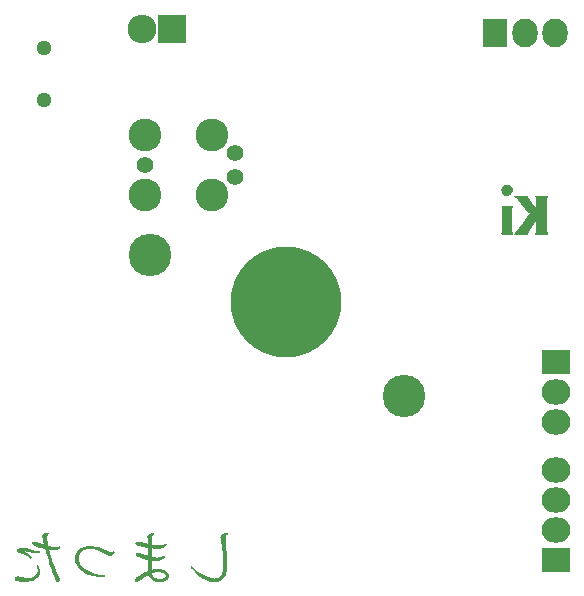
<source format=gbs>
G04 #@! TF.GenerationSoftware,KiCad,Pcbnew,(2017-01-09 revision c2fb336)-makepkg*
G04 #@! TF.CreationDate,2017-04-23T16:26:46+02:00*
G04 #@! TF.ProjectId,led_pixel,6C65645F706978656C2E6B696361645F,rev?*
G04 #@! TF.FileFunction,Soldermask,Bot*
G04 #@! TF.FilePolarity,Negative*
%FSLAX46Y46*%
G04 Gerber Fmt 4.6, Leading zero omitted, Abs format (unit mm)*
G04 Created by KiCad (PCBNEW (2017-01-09 revision c2fb336)-makepkg) date 04/23/17 16:26:46*
%MOMM*%
%LPD*%
G01*
G04 APERTURE LIST*
%ADD10C,0.100000*%
%ADD11C,0.010000*%
%ADD12C,9.400000*%
%ADD13C,3.600000*%
%ADD14C,1.299160*%
%ADD15O,2.432000X2.432000*%
%ADD16R,2.432000X2.432000*%
%ADD17O,2.432000X2.127200*%
%ADD18R,2.432000X2.127200*%
%ADD19R,2.127200X2.432000*%
%ADD20O,2.127200X2.432000*%
%ADD21C,2.775000*%
%ADD22C,1.390600*%
G04 APERTURE END LIST*
D10*
D11*
G36*
X169896253Y-81008400D02*
X169350941Y-81008400D01*
X169549721Y-81209787D01*
X169879429Y-81572691D01*
X170093849Y-81846815D01*
X170172297Y-81950400D01*
X170266856Y-82070529D01*
X170366950Y-82194202D01*
X170462002Y-82308419D01*
X170541434Y-82400181D01*
X170566532Y-82427760D01*
X170647964Y-82515212D01*
X170578006Y-82606356D01*
X170442564Y-82795604D01*
X170355022Y-82935050D01*
X170300152Y-83017286D01*
X170238876Y-83096612D01*
X170233727Y-83102607D01*
X170164778Y-83185581D01*
X170084253Y-83288137D01*
X170001058Y-83398288D01*
X169924098Y-83504047D01*
X169862281Y-83593425D01*
X169826624Y-83650547D01*
X169791543Y-83703596D01*
X169733014Y-83782062D01*
X169661180Y-83873252D01*
X169586185Y-83964472D01*
X169518172Y-84043032D01*
X169481800Y-84082020D01*
X169457911Y-84108081D01*
X169415637Y-84155406D01*
X169407523Y-84164570D01*
X169345945Y-84234200D01*
X170472400Y-84234200D01*
X170472400Y-84155923D01*
X170489163Y-84079395D01*
X170536393Y-83974149D01*
X170609507Y-83848239D01*
X170703919Y-83709716D01*
X170791458Y-83595533D01*
X170862732Y-83503313D01*
X170928053Y-83412269D01*
X170975223Y-83339535D01*
X170981329Y-83328833D01*
X171021371Y-83262434D01*
X171056658Y-83214284D01*
X171065301Y-83205500D01*
X171099862Y-83166816D01*
X171140085Y-83110250D01*
X171177774Y-83062093D01*
X171208285Y-83040487D01*
X171209586Y-83040400D01*
X171218462Y-83065091D01*
X171225582Y-83136381D01*
X171230736Y-83250092D01*
X171233717Y-83402044D01*
X171234400Y-83536961D01*
X171233716Y-83716263D01*
X171231305Y-83852270D01*
X171226625Y-83952475D01*
X171219137Y-84024369D01*
X171208302Y-84075443D01*
X171193579Y-84113188D01*
X171192756Y-84114811D01*
X171157283Y-84174491D01*
X171125777Y-84212618D01*
X171122906Y-84214761D01*
X171138403Y-84220323D01*
X171197753Y-84225262D01*
X171294014Y-84229312D01*
X171420241Y-84232207D01*
X171569489Y-84233682D01*
X171621206Y-84233811D01*
X172147711Y-84234200D01*
X172118032Y-84164350D01*
X172089859Y-84105758D01*
X172067776Y-84070370D01*
X172063943Y-84041142D01*
X172060343Y-83965781D01*
X172057041Y-83848951D01*
X172054104Y-83695317D01*
X172051601Y-83509546D01*
X172049596Y-83296302D01*
X172048158Y-83060251D01*
X172047353Y-82806059D01*
X172047201Y-82634290D01*
X172047259Y-82330311D01*
X172047530Y-82072912D01*
X172048154Y-81857874D01*
X172049274Y-81680978D01*
X172051031Y-81538004D01*
X172053567Y-81424733D01*
X172057024Y-81336945D01*
X172061543Y-81270421D01*
X172067267Y-81220941D01*
X172074338Y-81184286D01*
X172082896Y-81156237D01*
X172093084Y-81132574D01*
X172098001Y-81122699D01*
X172128756Y-81060869D01*
X172146810Y-81021660D01*
X172148801Y-81015729D01*
X172124665Y-81013507D01*
X172057312Y-81011556D01*
X171954328Y-81009984D01*
X171823294Y-81008901D01*
X171671795Y-81008415D01*
X171638083Y-81008400D01*
X171464940Y-81008664D01*
X171336371Y-81009831D01*
X171246154Y-81012464D01*
X171188063Y-81017123D01*
X171155876Y-81024372D01*
X171143368Y-81034772D01*
X171144314Y-81048885D01*
X171145836Y-81052850D01*
X171179195Y-81141673D01*
X171203261Y-81230181D01*
X171219420Y-81329141D01*
X171229058Y-81449321D01*
X171233560Y-81601488D01*
X171234400Y-81741088D01*
X171234401Y-82160904D01*
X171158201Y-82087900D01*
X171110587Y-82037557D01*
X171084006Y-82000278D01*
X171082000Y-81993483D01*
X171066863Y-81967550D01*
X171027372Y-81914128D01*
X170972412Y-81844145D01*
X170910868Y-81768529D01*
X170851623Y-81698209D01*
X170803561Y-81644114D01*
X170776761Y-81618000D01*
X170754439Y-81590734D01*
X170716064Y-81534630D01*
X170688198Y-81491000D01*
X170629995Y-81403298D01*
X170567049Y-81316698D01*
X170544701Y-81288362D01*
X170499987Y-81221736D01*
X170474592Y-81160643D01*
X170472400Y-81144390D01*
X170471878Y-81100677D01*
X170466209Y-81067502D01*
X170449238Y-81043412D01*
X170414811Y-81026955D01*
X170356774Y-81016677D01*
X170268972Y-81011127D01*
X170145250Y-81008851D01*
X169979455Y-81008396D01*
X169896253Y-81008400D01*
X169896253Y-81008400D01*
G37*
X169896253Y-81008400D02*
X169350941Y-81008400D01*
X169549721Y-81209787D01*
X169879429Y-81572691D01*
X170093849Y-81846815D01*
X170172297Y-81950400D01*
X170266856Y-82070529D01*
X170366950Y-82194202D01*
X170462002Y-82308419D01*
X170541434Y-82400181D01*
X170566532Y-82427760D01*
X170647964Y-82515212D01*
X170578006Y-82606356D01*
X170442564Y-82795604D01*
X170355022Y-82935050D01*
X170300152Y-83017286D01*
X170238876Y-83096612D01*
X170233727Y-83102607D01*
X170164778Y-83185581D01*
X170084253Y-83288137D01*
X170001058Y-83398288D01*
X169924098Y-83504047D01*
X169862281Y-83593425D01*
X169826624Y-83650547D01*
X169791543Y-83703596D01*
X169733014Y-83782062D01*
X169661180Y-83873252D01*
X169586185Y-83964472D01*
X169518172Y-84043032D01*
X169481800Y-84082020D01*
X169457911Y-84108081D01*
X169415637Y-84155406D01*
X169407523Y-84164570D01*
X169345945Y-84234200D01*
X170472400Y-84234200D01*
X170472400Y-84155923D01*
X170489163Y-84079395D01*
X170536393Y-83974149D01*
X170609507Y-83848239D01*
X170703919Y-83709716D01*
X170791458Y-83595533D01*
X170862732Y-83503313D01*
X170928053Y-83412269D01*
X170975223Y-83339535D01*
X170981329Y-83328833D01*
X171021371Y-83262434D01*
X171056658Y-83214284D01*
X171065301Y-83205500D01*
X171099862Y-83166816D01*
X171140085Y-83110250D01*
X171177774Y-83062093D01*
X171208285Y-83040487D01*
X171209586Y-83040400D01*
X171218462Y-83065091D01*
X171225582Y-83136381D01*
X171230736Y-83250092D01*
X171233717Y-83402044D01*
X171234400Y-83536961D01*
X171233716Y-83716263D01*
X171231305Y-83852270D01*
X171226625Y-83952475D01*
X171219137Y-84024369D01*
X171208302Y-84075443D01*
X171193579Y-84113188D01*
X171192756Y-84114811D01*
X171157283Y-84174491D01*
X171125777Y-84212618D01*
X171122906Y-84214761D01*
X171138403Y-84220323D01*
X171197753Y-84225262D01*
X171294014Y-84229312D01*
X171420241Y-84232207D01*
X171569489Y-84233682D01*
X171621206Y-84233811D01*
X172147711Y-84234200D01*
X172118032Y-84164350D01*
X172089859Y-84105758D01*
X172067776Y-84070370D01*
X172063943Y-84041142D01*
X172060343Y-83965781D01*
X172057041Y-83848951D01*
X172054104Y-83695317D01*
X172051601Y-83509546D01*
X172049596Y-83296302D01*
X172048158Y-83060251D01*
X172047353Y-82806059D01*
X172047201Y-82634290D01*
X172047259Y-82330311D01*
X172047530Y-82072912D01*
X172048154Y-81857874D01*
X172049274Y-81680978D01*
X172051031Y-81538004D01*
X172053567Y-81424733D01*
X172057024Y-81336945D01*
X172061543Y-81270421D01*
X172067267Y-81220941D01*
X172074338Y-81184286D01*
X172082896Y-81156237D01*
X172093084Y-81132574D01*
X172098001Y-81122699D01*
X172128756Y-81060869D01*
X172146810Y-81021660D01*
X172148801Y-81015729D01*
X172124665Y-81013507D01*
X172057312Y-81011556D01*
X171954328Y-81009984D01*
X171823294Y-81008901D01*
X171671795Y-81008415D01*
X171638083Y-81008400D01*
X171464940Y-81008664D01*
X171336371Y-81009831D01*
X171246154Y-81012464D01*
X171188063Y-81017123D01*
X171155876Y-81024372D01*
X171143368Y-81034772D01*
X171144314Y-81048885D01*
X171145836Y-81052850D01*
X171179195Y-81141673D01*
X171203261Y-81230181D01*
X171219420Y-81329141D01*
X171229058Y-81449321D01*
X171233560Y-81601488D01*
X171234400Y-81741088D01*
X171234401Y-82160904D01*
X171158201Y-82087900D01*
X171110587Y-82037557D01*
X171084006Y-82000278D01*
X171082000Y-81993483D01*
X171066863Y-81967550D01*
X171027372Y-81914128D01*
X170972412Y-81844145D01*
X170910868Y-81768529D01*
X170851623Y-81698209D01*
X170803561Y-81644114D01*
X170776761Y-81618000D01*
X170754439Y-81590734D01*
X170716064Y-81534630D01*
X170688198Y-81491000D01*
X170629995Y-81403298D01*
X170567049Y-81316698D01*
X170544701Y-81288362D01*
X170499987Y-81221736D01*
X170474592Y-81160643D01*
X170472400Y-81144390D01*
X170471878Y-81100677D01*
X170466209Y-81067502D01*
X170449238Y-81043412D01*
X170414811Y-81026955D01*
X170356774Y-81016677D01*
X170268972Y-81011127D01*
X170145250Y-81008851D01*
X169979455Y-81008396D01*
X169896253Y-81008400D01*
G36*
X168313400Y-82972045D02*
X168313179Y-83243528D01*
X168312417Y-83468618D01*
X168310974Y-83651721D01*
X168308706Y-83797240D01*
X168305469Y-83909583D01*
X168301122Y-83993155D01*
X168295520Y-84052359D01*
X168288522Y-84091603D01*
X168279984Y-84115292D01*
X168276108Y-84121395D01*
X168249822Y-84158943D01*
X168239109Y-84187085D01*
X168249290Y-84207174D01*
X168285688Y-84220563D01*
X168353624Y-84228605D01*
X168458422Y-84232653D01*
X168605402Y-84234060D01*
X168719800Y-84234200D01*
X168870082Y-84233515D01*
X169001273Y-84231608D01*
X169105573Y-84228702D01*
X169175181Y-84225017D01*
X169202295Y-84220776D01*
X169202400Y-84220488D01*
X169191845Y-84191454D01*
X169165274Y-84134509D01*
X169151600Y-84107200D01*
X169138734Y-84079760D01*
X169128241Y-84049394D01*
X169119880Y-84010920D01*
X169113409Y-83959155D01*
X169108589Y-83888918D01*
X169105178Y-83795027D01*
X169102935Y-83672301D01*
X169101619Y-83515559D01*
X169100990Y-83319617D01*
X169100805Y-83079296D01*
X169100800Y-83014750D01*
X169101053Y-82757269D01*
X169101929Y-82545749D01*
X169103604Y-82375351D01*
X169106252Y-82241238D01*
X169110050Y-82138571D01*
X169115173Y-82062513D01*
X169121797Y-82008226D01*
X169130097Y-81970872D01*
X169139553Y-81946938D01*
X169178305Y-81872000D01*
X168313400Y-81872000D01*
X168313400Y-82972045D01*
X168313400Y-82972045D01*
G37*
X168313400Y-82972045D02*
X168313179Y-83243528D01*
X168312417Y-83468618D01*
X168310974Y-83651721D01*
X168308706Y-83797240D01*
X168305469Y-83909583D01*
X168301122Y-83993155D01*
X168295520Y-84052359D01*
X168288522Y-84091603D01*
X168279984Y-84115292D01*
X168276108Y-84121395D01*
X168249822Y-84158943D01*
X168239109Y-84187085D01*
X168249290Y-84207174D01*
X168285688Y-84220563D01*
X168353624Y-84228605D01*
X168458422Y-84232653D01*
X168605402Y-84234060D01*
X168719800Y-84234200D01*
X168870082Y-84233515D01*
X169001273Y-84231608D01*
X169105573Y-84228702D01*
X169175181Y-84225017D01*
X169202295Y-84220776D01*
X169202400Y-84220488D01*
X169191845Y-84191454D01*
X169165274Y-84134509D01*
X169151600Y-84107200D01*
X169138734Y-84079760D01*
X169128241Y-84049394D01*
X169119880Y-84010920D01*
X169113409Y-83959155D01*
X169108589Y-83888918D01*
X169105178Y-83795027D01*
X169102935Y-83672301D01*
X169101619Y-83515559D01*
X169100990Y-83319617D01*
X169100805Y-83079296D01*
X169100800Y-83014750D01*
X169101053Y-82757269D01*
X169101929Y-82545749D01*
X169103604Y-82375351D01*
X169106252Y-82241238D01*
X169110050Y-82138571D01*
X169115173Y-82062513D01*
X169121797Y-82008226D01*
X169130097Y-81970872D01*
X169139553Y-81946938D01*
X169178305Y-81872000D01*
X168313400Y-81872000D01*
X168313400Y-82972045D01*
G36*
X168554059Y-80105960D02*
X168436455Y-80172395D01*
X168342977Y-80275045D01*
X168299188Y-80361124D01*
X168268578Y-80499614D01*
X168277679Y-80637591D01*
X168325027Y-80759084D01*
X168337412Y-80777850D01*
X168427851Y-80865408D01*
X168546729Y-80925553D01*
X168679667Y-80955418D01*
X168812287Y-80952134D01*
X168930210Y-80912832D01*
X168950994Y-80900244D01*
X169033263Y-80821394D01*
X169101086Y-80712770D01*
X169143253Y-80595295D01*
X169151600Y-80525799D01*
X169132326Y-80416575D01*
X169081810Y-80302110D01*
X169011018Y-80203158D01*
X168955358Y-80154295D01*
X168823139Y-80093876D01*
X168686163Y-80078776D01*
X168554059Y-80105960D01*
X168554059Y-80105960D01*
G37*
X168554059Y-80105960D02*
X168436455Y-80172395D01*
X168342977Y-80275045D01*
X168299188Y-80361124D01*
X168268578Y-80499614D01*
X168277679Y-80637591D01*
X168325027Y-80759084D01*
X168337412Y-80777850D01*
X168427851Y-80865408D01*
X168546729Y-80925553D01*
X168679667Y-80955418D01*
X168812287Y-80952134D01*
X168930210Y-80912832D01*
X168950994Y-80900244D01*
X169033263Y-80821394D01*
X169101086Y-80712770D01*
X169143253Y-80595295D01*
X169151600Y-80525799D01*
X169132326Y-80416575D01*
X169081810Y-80302110D01*
X169011018Y-80203158D01*
X168955358Y-80154295D01*
X168823139Y-80093876D01*
X168686163Y-80078776D01*
X168554059Y-80105960D01*
D10*
G36*
X127210409Y-111047654D02*
X127215303Y-111067947D01*
X127231110Y-111088093D01*
X127259519Y-111109025D01*
X127302217Y-111131675D01*
X127360895Y-111156975D01*
X127437240Y-111185857D01*
X127501983Y-111208666D01*
X127716292Y-111289600D01*
X127912384Y-111378536D01*
X128091988Y-111476360D01*
X128256831Y-111583958D01*
X128309103Y-111622380D01*
X128341908Y-111646589D01*
X128368234Y-111664859D01*
X128383622Y-111674132D01*
X128385438Y-111674702D01*
X128395007Y-111666395D01*
X128407623Y-111646740D01*
X128413737Y-111633568D01*
X128414320Y-111621997D01*
X128407088Y-111608433D01*
X128389760Y-111589283D01*
X128360053Y-111560953D01*
X128343238Y-111545363D01*
X128247943Y-111458903D01*
X128156039Y-111378829D01*
X128070393Y-111307538D01*
X127993875Y-111247429D01*
X127939612Y-111207928D01*
X127897207Y-111177931D01*
X127858937Y-111149798D01*
X127829641Y-111127143D01*
X127816244Y-111115711D01*
X127799740Y-111097568D01*
X127797784Y-111083699D01*
X127806438Y-111068067D01*
X127816207Y-111056535D01*
X127829825Y-111049624D01*
X127852316Y-111046239D01*
X127888708Y-111045282D01*
X127910636Y-111045350D01*
X127948020Y-111046774D01*
X127988120Y-111050981D01*
X128034740Y-111058657D01*
X128091686Y-111070486D01*
X128162761Y-111087154D01*
X128216245Y-111100381D01*
X128350073Y-111133047D01*
X128466323Y-111159233D01*
X128567515Y-111179116D01*
X128656174Y-111192872D01*
X128734822Y-111200678D01*
X128805981Y-111202710D01*
X128872176Y-111199144D01*
X128935927Y-111190157D01*
X128999759Y-111175925D01*
X129057970Y-111159211D01*
X129095435Y-111146577D01*
X129116153Y-111135707D01*
X129123888Y-111123109D01*
X129122407Y-111105297D01*
X129121277Y-111100562D01*
X129114591Y-111073923D01*
X129049223Y-111094703D01*
X129010020Y-111104688D01*
X128967672Y-111110072D01*
X128920260Y-111110496D01*
X128865865Y-111105599D01*
X128802571Y-111095023D01*
X128728457Y-111078408D01*
X128641607Y-111055395D01*
X128540102Y-111025623D01*
X128422023Y-110988733D01*
X128336626Y-110961143D01*
X128234335Y-110928031D01*
X128148872Y-110901192D01*
X128077056Y-110879970D01*
X128015705Y-110863708D01*
X127961638Y-110851750D01*
X127911674Y-110843437D01*
X127862631Y-110838114D01*
X127811328Y-110835125D01*
X127754585Y-110833811D01*
X127718621Y-110833560D01*
X127649838Y-110833686D01*
X127597271Y-110834894D01*
X127555972Y-110837648D01*
X127520989Y-110842408D01*
X127487374Y-110849637D01*
X127456311Y-110858029D01*
X127382485Y-110884047D01*
X127318722Y-110916200D01*
X127267490Y-110952585D01*
X127231258Y-110991299D01*
X127212495Y-111030439D01*
X127210409Y-111047654D01*
X127210409Y-111047654D01*
X127210409Y-111047654D01*
G37*
X127210409Y-111047654D02*
X127215303Y-111067947D01*
X127231110Y-111088093D01*
X127259519Y-111109025D01*
X127302217Y-111131675D01*
X127360895Y-111156975D01*
X127437240Y-111185857D01*
X127501983Y-111208666D01*
X127716292Y-111289600D01*
X127912384Y-111378536D01*
X128091988Y-111476360D01*
X128256831Y-111583958D01*
X128309103Y-111622380D01*
X128341908Y-111646589D01*
X128368234Y-111664859D01*
X128383622Y-111674132D01*
X128385438Y-111674702D01*
X128395007Y-111666395D01*
X128407623Y-111646740D01*
X128413737Y-111633568D01*
X128414320Y-111621997D01*
X128407088Y-111608433D01*
X128389760Y-111589283D01*
X128360053Y-111560953D01*
X128343238Y-111545363D01*
X128247943Y-111458903D01*
X128156039Y-111378829D01*
X128070393Y-111307538D01*
X127993875Y-111247429D01*
X127939612Y-111207928D01*
X127897207Y-111177931D01*
X127858937Y-111149798D01*
X127829641Y-111127143D01*
X127816244Y-111115711D01*
X127799740Y-111097568D01*
X127797784Y-111083699D01*
X127806438Y-111068067D01*
X127816207Y-111056535D01*
X127829825Y-111049624D01*
X127852316Y-111046239D01*
X127888708Y-111045282D01*
X127910636Y-111045350D01*
X127948020Y-111046774D01*
X127988120Y-111050981D01*
X128034740Y-111058657D01*
X128091686Y-111070486D01*
X128162761Y-111087154D01*
X128216245Y-111100381D01*
X128350073Y-111133047D01*
X128466323Y-111159233D01*
X128567515Y-111179116D01*
X128656174Y-111192872D01*
X128734822Y-111200678D01*
X128805981Y-111202710D01*
X128872176Y-111199144D01*
X128935927Y-111190157D01*
X128999759Y-111175925D01*
X129057970Y-111159211D01*
X129095435Y-111146577D01*
X129116153Y-111135707D01*
X129123888Y-111123109D01*
X129122407Y-111105297D01*
X129121277Y-111100562D01*
X129114591Y-111073923D01*
X129049223Y-111094703D01*
X129010020Y-111104688D01*
X128967672Y-111110072D01*
X128920260Y-111110496D01*
X128865865Y-111105599D01*
X128802571Y-111095023D01*
X128728457Y-111078408D01*
X128641607Y-111055395D01*
X128540102Y-111025623D01*
X128422023Y-110988733D01*
X128336626Y-110961143D01*
X128234335Y-110928031D01*
X128148872Y-110901192D01*
X128077056Y-110879970D01*
X128015705Y-110863708D01*
X127961638Y-110851750D01*
X127911674Y-110843437D01*
X127862631Y-110838114D01*
X127811328Y-110835125D01*
X127754585Y-110833811D01*
X127718621Y-110833560D01*
X127649838Y-110833686D01*
X127597271Y-110834894D01*
X127555972Y-110837648D01*
X127520989Y-110842408D01*
X127487374Y-110849637D01*
X127456311Y-110858029D01*
X127382485Y-110884047D01*
X127318722Y-110916200D01*
X127267490Y-110952585D01*
X127231258Y-110991299D01*
X127212495Y-111030439D01*
X127210409Y-111047654D01*
X127210409Y-111047654D01*
G36*
X132179189Y-111616469D02*
X132181762Y-111774517D01*
X132205026Y-111930791D01*
X132248496Y-112083616D01*
X132311687Y-112231320D01*
X132394116Y-112372229D01*
X132400931Y-112382288D01*
X132451793Y-112449052D01*
X132516248Y-112522043D01*
X132589643Y-112596741D01*
X132667322Y-112668627D01*
X132744634Y-112733179D01*
X132815484Y-112784922D01*
X132956311Y-112870282D01*
X133107575Y-112945248D01*
X133270554Y-113010163D01*
X133446524Y-113065370D01*
X133636764Y-113111213D01*
X133842550Y-113148033D01*
X134065159Y-113176175D01*
X134305869Y-113195981D01*
X134357137Y-113199019D01*
X134438562Y-113203489D01*
X134501360Y-113206680D01*
X134548041Y-113208548D01*
X134581118Y-113209046D01*
X134603101Y-113208128D01*
X134616503Y-113205747D01*
X134623835Y-113201859D01*
X134627609Y-113196417D01*
X134628589Y-113194043D01*
X134630820Y-113167856D01*
X134614927Y-113151491D01*
X134585759Y-113146398D01*
X134552132Y-113144657D01*
X134501638Y-113139799D01*
X134438265Y-113132377D01*
X134366003Y-113122941D01*
X134288838Y-113112043D01*
X134210761Y-113100235D01*
X134135758Y-113088067D01*
X134067820Y-113076091D01*
X134042966Y-113071371D01*
X133831656Y-113023395D01*
X133631246Y-112964266D01*
X133442660Y-112894630D01*
X133266824Y-112815136D01*
X133104660Y-112726431D01*
X132957095Y-112629162D01*
X132825051Y-112523977D01*
X132709453Y-112411523D01*
X132611226Y-112292447D01*
X132531293Y-112167397D01*
X132470580Y-112037020D01*
X132441932Y-111949983D01*
X132412433Y-111808697D01*
X132403202Y-111672886D01*
X132413846Y-111543395D01*
X132443972Y-111421068D01*
X132493185Y-111306749D01*
X132561093Y-111201281D01*
X132647301Y-111105509D01*
X132751415Y-111020275D01*
X132873042Y-110946425D01*
X132921239Y-110922695D01*
X132996125Y-110890462D01*
X133066245Y-110866556D01*
X133136952Y-110849943D01*
X133213603Y-110839587D01*
X133301550Y-110834454D01*
X133383064Y-110833411D01*
X133454761Y-110833849D01*
X133510776Y-110835312D01*
X133556597Y-110838320D01*
X133597712Y-110843391D01*
X133639607Y-110851044D01*
X133687771Y-110861801D01*
X133690936Y-110862545D01*
X133775365Y-110883497D01*
X133855395Y-110905796D01*
X133933739Y-110930535D01*
X134013110Y-110958810D01*
X134096221Y-110991714D01*
X134185784Y-111030342D01*
X134284513Y-111075787D01*
X134395120Y-111129143D01*
X134520318Y-111191505D01*
X134574185Y-111218756D01*
X134685914Y-111274793D01*
X134781140Y-111320947D01*
X134861685Y-111357944D01*
X134929372Y-111386514D01*
X134986022Y-111407383D01*
X135033457Y-111421280D01*
X135073501Y-111428931D01*
X135105850Y-111431080D01*
X135171829Y-111420718D01*
X135238886Y-111390840D01*
X135304903Y-111342863D01*
X135367762Y-111278205D01*
X135402756Y-111232454D01*
X135424948Y-111200212D01*
X135436379Y-111179931D01*
X135438506Y-111166279D01*
X135432786Y-111153921D01*
X135426548Y-111145379D01*
X135407227Y-111119765D01*
X135372314Y-111153899D01*
X135328674Y-111186256D01*
X135279364Y-111201522D01*
X135220210Y-111200753D01*
X135199735Y-111197519D01*
X135145597Y-111184628D01*
X135073422Y-111162745D01*
X134984180Y-111132211D01*
X134878842Y-111093367D01*
X134758379Y-111046555D01*
X134674769Y-111012968D01*
X134460335Y-110929307D01*
X134260614Y-110858782D01*
X134073952Y-110801089D01*
X133898696Y-110755925D01*
X133733194Y-110722987D01*
X133575792Y-110701971D01*
X133424839Y-110692576D01*
X133278680Y-110694497D01*
X133135664Y-110707431D01*
X133065432Y-110717831D01*
X132909335Y-110752458D01*
X132767901Y-110801992D01*
X132640320Y-110866884D01*
X132525780Y-110947583D01*
X132423472Y-111044540D01*
X132374645Y-111101774D01*
X132296428Y-111215150D01*
X132238470Y-111333534D01*
X132200109Y-111458673D01*
X132180680Y-111592314D01*
X132179189Y-111616469D01*
X132179189Y-111616469D01*
X132179189Y-111616469D01*
G37*
X132179189Y-111616469D02*
X132181762Y-111774517D01*
X132205026Y-111930791D01*
X132248496Y-112083616D01*
X132311687Y-112231320D01*
X132394116Y-112372229D01*
X132400931Y-112382288D01*
X132451793Y-112449052D01*
X132516248Y-112522043D01*
X132589643Y-112596741D01*
X132667322Y-112668627D01*
X132744634Y-112733179D01*
X132815484Y-112784922D01*
X132956311Y-112870282D01*
X133107575Y-112945248D01*
X133270554Y-113010163D01*
X133446524Y-113065370D01*
X133636764Y-113111213D01*
X133842550Y-113148033D01*
X134065159Y-113176175D01*
X134305869Y-113195981D01*
X134357137Y-113199019D01*
X134438562Y-113203489D01*
X134501360Y-113206680D01*
X134548041Y-113208548D01*
X134581118Y-113209046D01*
X134603101Y-113208128D01*
X134616503Y-113205747D01*
X134623835Y-113201859D01*
X134627609Y-113196417D01*
X134628589Y-113194043D01*
X134630820Y-113167856D01*
X134614927Y-113151491D01*
X134585759Y-113146398D01*
X134552132Y-113144657D01*
X134501638Y-113139799D01*
X134438265Y-113132377D01*
X134366003Y-113122941D01*
X134288838Y-113112043D01*
X134210761Y-113100235D01*
X134135758Y-113088067D01*
X134067820Y-113076091D01*
X134042966Y-113071371D01*
X133831656Y-113023395D01*
X133631246Y-112964266D01*
X133442660Y-112894630D01*
X133266824Y-112815136D01*
X133104660Y-112726431D01*
X132957095Y-112629162D01*
X132825051Y-112523977D01*
X132709453Y-112411523D01*
X132611226Y-112292447D01*
X132531293Y-112167397D01*
X132470580Y-112037020D01*
X132441932Y-111949983D01*
X132412433Y-111808697D01*
X132403202Y-111672886D01*
X132413846Y-111543395D01*
X132443972Y-111421068D01*
X132493185Y-111306749D01*
X132561093Y-111201281D01*
X132647301Y-111105509D01*
X132751415Y-111020275D01*
X132873042Y-110946425D01*
X132921239Y-110922695D01*
X132996125Y-110890462D01*
X133066245Y-110866556D01*
X133136952Y-110849943D01*
X133213603Y-110839587D01*
X133301550Y-110834454D01*
X133383064Y-110833411D01*
X133454761Y-110833849D01*
X133510776Y-110835312D01*
X133556597Y-110838320D01*
X133597712Y-110843391D01*
X133639607Y-110851044D01*
X133687771Y-110861801D01*
X133690936Y-110862545D01*
X133775365Y-110883497D01*
X133855395Y-110905796D01*
X133933739Y-110930535D01*
X134013110Y-110958810D01*
X134096221Y-110991714D01*
X134185784Y-111030342D01*
X134284513Y-111075787D01*
X134395120Y-111129143D01*
X134520318Y-111191505D01*
X134574185Y-111218756D01*
X134685914Y-111274793D01*
X134781140Y-111320947D01*
X134861685Y-111357944D01*
X134929372Y-111386514D01*
X134986022Y-111407383D01*
X135033457Y-111421280D01*
X135073501Y-111428931D01*
X135105850Y-111431080D01*
X135171829Y-111420718D01*
X135238886Y-111390840D01*
X135304903Y-111342863D01*
X135367762Y-111278205D01*
X135402756Y-111232454D01*
X135424948Y-111200212D01*
X135436379Y-111179931D01*
X135438506Y-111166279D01*
X135432786Y-111153921D01*
X135426548Y-111145379D01*
X135407227Y-111119765D01*
X135372314Y-111153899D01*
X135328674Y-111186256D01*
X135279364Y-111201522D01*
X135220210Y-111200753D01*
X135199735Y-111197519D01*
X135145597Y-111184628D01*
X135073422Y-111162745D01*
X134984180Y-111132211D01*
X134878842Y-111093367D01*
X134758379Y-111046555D01*
X134674769Y-111012968D01*
X134460335Y-110929307D01*
X134260614Y-110858782D01*
X134073952Y-110801089D01*
X133898696Y-110755925D01*
X133733194Y-110722987D01*
X133575792Y-110701971D01*
X133424839Y-110692576D01*
X133278680Y-110694497D01*
X133135664Y-110707431D01*
X133065432Y-110717831D01*
X132909335Y-110752458D01*
X132767901Y-110801992D01*
X132640320Y-110866884D01*
X132525780Y-110947583D01*
X132423472Y-111044540D01*
X132374645Y-111101774D01*
X132296428Y-111215150D01*
X132238470Y-111333534D01*
X132200109Y-111458673D01*
X132180680Y-111592314D01*
X132179189Y-111616469D01*
X132179189Y-111616469D01*
G36*
X127041005Y-113446196D02*
X127047506Y-113477988D01*
X127067727Y-113505933D01*
X127102744Y-113530401D01*
X127153634Y-113551763D01*
X127221472Y-113570390D01*
X127307336Y-113586653D01*
X127412300Y-113600923D01*
X127522747Y-113612256D01*
X127563098Y-113614896D01*
X127618792Y-113617109D01*
X127685872Y-113618870D01*
X127760382Y-113620155D01*
X127838366Y-113620940D01*
X127915867Y-113621203D01*
X127988929Y-113620919D01*
X128053595Y-113620065D01*
X128105910Y-113618617D01*
X128141916Y-113616551D01*
X128147424Y-113615992D01*
X128306683Y-113592563D01*
X128448059Y-113560886D01*
X128573493Y-113520157D01*
X128684928Y-113469572D01*
X128784304Y-113408326D01*
X128873562Y-113335616D01*
X128909742Y-113300186D01*
X128990800Y-113203307D01*
X129051352Y-113101181D01*
X129091441Y-112993674D01*
X129111110Y-112880653D01*
X129110402Y-112761984D01*
X129102355Y-112700105D01*
X129082804Y-112607741D01*
X129055258Y-112508972D01*
X129022620Y-112413261D01*
X128990775Y-112336436D01*
X128961369Y-112272909D01*
X128943108Y-112300760D01*
X128934157Y-112316211D01*
X128930559Y-112331220D01*
X128932497Y-112351695D01*
X128940151Y-112383546D01*
X128946340Y-112406168D01*
X128974459Y-112529978D01*
X128989351Y-112648922D01*
X128990825Y-112759585D01*
X128978687Y-112858554D01*
X128973166Y-112882385D01*
X128935810Y-112985783D01*
X128880275Y-113080791D01*
X128808664Y-113165104D01*
X128723078Y-113236419D01*
X128625622Y-113292432D01*
X128582286Y-113310604D01*
X128515573Y-113333430D01*
X128450341Y-113350383D01*
X128381815Y-113362143D01*
X128305216Y-113369390D01*
X128215768Y-113372805D01*
X128142130Y-113373276D01*
X128066116Y-113372497D01*
X128000037Y-113370245D01*
X127939508Y-113365902D01*
X127880147Y-113358849D01*
X127817571Y-113348469D01*
X127747394Y-113334143D01*
X127665235Y-113315255D01*
X127575752Y-113293428D01*
X127488139Y-113272444D01*
X127417605Y-113257453D01*
X127361018Y-113248128D01*
X127315246Y-113244146D01*
X127277158Y-113245178D01*
X127243620Y-113250900D01*
X127223436Y-113256759D01*
X127172097Y-113280433D01*
X127124370Y-113314325D01*
X127084128Y-113354416D01*
X127055243Y-113396685D01*
X127041586Y-113437111D01*
X127041005Y-113446196D01*
X127041005Y-113446196D01*
X127041005Y-113446196D01*
G37*
X127041005Y-113446196D02*
X127047506Y-113477988D01*
X127067727Y-113505933D01*
X127102744Y-113530401D01*
X127153634Y-113551763D01*
X127221472Y-113570390D01*
X127307336Y-113586653D01*
X127412300Y-113600923D01*
X127522747Y-113612256D01*
X127563098Y-113614896D01*
X127618792Y-113617109D01*
X127685872Y-113618870D01*
X127760382Y-113620155D01*
X127838366Y-113620940D01*
X127915867Y-113621203D01*
X127988929Y-113620919D01*
X128053595Y-113620065D01*
X128105910Y-113618617D01*
X128141916Y-113616551D01*
X128147424Y-113615992D01*
X128306683Y-113592563D01*
X128448059Y-113560886D01*
X128573493Y-113520157D01*
X128684928Y-113469572D01*
X128784304Y-113408326D01*
X128873562Y-113335616D01*
X128909742Y-113300186D01*
X128990800Y-113203307D01*
X129051352Y-113101181D01*
X129091441Y-112993674D01*
X129111110Y-112880653D01*
X129110402Y-112761984D01*
X129102355Y-112700105D01*
X129082804Y-112607741D01*
X129055258Y-112508972D01*
X129022620Y-112413261D01*
X128990775Y-112336436D01*
X128961369Y-112272909D01*
X128943108Y-112300760D01*
X128934157Y-112316211D01*
X128930559Y-112331220D01*
X128932497Y-112351695D01*
X128940151Y-112383546D01*
X128946340Y-112406168D01*
X128974459Y-112529978D01*
X128989351Y-112648922D01*
X128990825Y-112759585D01*
X128978687Y-112858554D01*
X128973166Y-112882385D01*
X128935810Y-112985783D01*
X128880275Y-113080791D01*
X128808664Y-113165104D01*
X128723078Y-113236419D01*
X128625622Y-113292432D01*
X128582286Y-113310604D01*
X128515573Y-113333430D01*
X128450341Y-113350383D01*
X128381815Y-113362143D01*
X128305216Y-113369390D01*
X128215768Y-113372805D01*
X128142130Y-113373276D01*
X128066116Y-113372497D01*
X128000037Y-113370245D01*
X127939508Y-113365902D01*
X127880147Y-113358849D01*
X127817571Y-113348469D01*
X127747394Y-113334143D01*
X127665235Y-113315255D01*
X127575752Y-113293428D01*
X127488139Y-113272444D01*
X127417605Y-113257453D01*
X127361018Y-113248128D01*
X127315246Y-113244146D01*
X127277158Y-113245178D01*
X127243620Y-113250900D01*
X127223436Y-113256759D01*
X127172097Y-113280433D01*
X127124370Y-113314325D01*
X127084128Y-113354416D01*
X127055243Y-113396685D01*
X127041586Y-113437111D01*
X127041005Y-113446196D01*
X127041005Y-113446196D01*
G36*
X141967798Y-112415423D02*
X141968760Y-112429437D01*
X141980397Y-112447457D01*
X142024247Y-112504594D01*
X142081244Y-112572840D01*
X142148724Y-112649223D01*
X142224022Y-112730769D01*
X142304471Y-112814505D01*
X142355374Y-112865823D01*
X142487570Y-112992689D01*
X142613617Y-113103382D01*
X142737042Y-113200568D01*
X142861374Y-113286909D01*
X142990139Y-113365070D01*
X143083516Y-113415676D01*
X143260713Y-113498267D01*
X143437359Y-113562347D01*
X143612078Y-113607618D01*
X143783496Y-113633777D01*
X143950238Y-113640527D01*
X144075414Y-113632211D01*
X144208349Y-113608444D01*
X144334262Y-113569490D01*
X144450676Y-113516670D01*
X144555110Y-113451303D01*
X144645087Y-113374710D01*
X144716123Y-113291053D01*
X144775047Y-113196406D01*
X144824670Y-113091055D01*
X144865452Y-112973294D01*
X144897854Y-112841415D01*
X144922335Y-112693710D01*
X144939357Y-112528472D01*
X144945020Y-112442313D01*
X144948467Y-112348180D01*
X144949637Y-112235718D01*
X144948670Y-112107635D01*
X144945704Y-111966640D01*
X144940877Y-111815441D01*
X144934326Y-111656746D01*
X144926190Y-111493263D01*
X144916606Y-111327702D01*
X144905714Y-111162770D01*
X144893651Y-111001176D01*
X144880555Y-110845628D01*
X144866564Y-110698835D01*
X144851817Y-110563505D01*
X144847313Y-110525932D01*
X144836555Y-110427006D01*
X144829309Y-110331430D01*
X144825126Y-110231302D01*
X144823556Y-110118718D01*
X144823528Y-110107716D01*
X144823525Y-110031670D01*
X144824011Y-109973397D01*
X144825266Y-109929497D01*
X144827572Y-109896569D01*
X144831209Y-109871211D01*
X144836460Y-109850023D01*
X144843605Y-109829603D01*
X144847289Y-109820313D01*
X144881875Y-109750352D01*
X144923115Y-109692844D01*
X144967946Y-109652002D01*
X144971107Y-109649898D01*
X144997174Y-109625502D01*
X145002133Y-109599952D01*
X144988503Y-109576024D01*
X144974943Y-109574270D01*
X144945488Y-109577408D01*
X144904594Y-109584480D01*
X144856717Y-109594529D01*
X144806313Y-109606595D01*
X144757839Y-109619720D01*
X144715749Y-109632946D01*
X144703816Y-109637247D01*
X144634577Y-109669405D01*
X144574528Y-109709207D01*
X144527834Y-109753453D01*
X144501423Y-109792843D01*
X144486182Y-109836599D01*
X144479814Y-109888779D01*
X144482239Y-109952869D01*
X144493373Y-110032355D01*
X144495490Y-110044189D01*
X144539730Y-110294969D01*
X144577624Y-110529397D01*
X144609529Y-110751207D01*
X144635805Y-110964133D01*
X144656810Y-111171910D01*
X144672902Y-111378270D01*
X144684440Y-111586950D01*
X144691782Y-111801681D01*
X144695286Y-112026199D01*
X144695706Y-112129975D01*
X144695581Y-112255149D01*
X144694846Y-112361813D01*
X144693296Y-112452629D01*
X144690725Y-112530258D01*
X144686930Y-112597362D01*
X144681704Y-112656603D01*
X144674842Y-112710642D01*
X144666140Y-112762141D01*
X144655393Y-112813761D01*
X144642396Y-112868165D01*
X144637295Y-112888286D01*
X144596278Y-113013305D01*
X144541619Y-113122241D01*
X144473600Y-113214965D01*
X144392503Y-113291346D01*
X144298613Y-113351255D01*
X144192210Y-113394562D01*
X144073579Y-113421136D01*
X143943002Y-113430847D01*
X143800762Y-113423566D01*
X143647141Y-113399163D01*
X143566353Y-113380551D01*
X143385164Y-113325454D01*
X143199461Y-113250962D01*
X143010732Y-113157988D01*
X142820467Y-113047444D01*
X142630156Y-112920242D01*
X142441287Y-112777294D01*
X142255350Y-112619512D01*
X142124227Y-112497332D01*
X142077782Y-112452485D01*
X142044071Y-112420675D01*
X142020621Y-112400203D01*
X142004959Y-112389371D01*
X141994612Y-112386479D01*
X141987107Y-112389828D01*
X141979970Y-112397721D01*
X141979703Y-112398052D01*
X141967798Y-112415423D01*
X141967798Y-112415423D01*
X141967798Y-112415423D01*
G37*
X141967798Y-112415423D02*
X141968760Y-112429437D01*
X141980397Y-112447457D01*
X142024247Y-112504594D01*
X142081244Y-112572840D01*
X142148724Y-112649223D01*
X142224022Y-112730769D01*
X142304471Y-112814505D01*
X142355374Y-112865823D01*
X142487570Y-112992689D01*
X142613617Y-113103382D01*
X142737042Y-113200568D01*
X142861374Y-113286909D01*
X142990139Y-113365070D01*
X143083516Y-113415676D01*
X143260713Y-113498267D01*
X143437359Y-113562347D01*
X143612078Y-113607618D01*
X143783496Y-113633777D01*
X143950238Y-113640527D01*
X144075414Y-113632211D01*
X144208349Y-113608444D01*
X144334262Y-113569490D01*
X144450676Y-113516670D01*
X144555110Y-113451303D01*
X144645087Y-113374710D01*
X144716123Y-113291053D01*
X144775047Y-113196406D01*
X144824670Y-113091055D01*
X144865452Y-112973294D01*
X144897854Y-112841415D01*
X144922335Y-112693710D01*
X144939357Y-112528472D01*
X144945020Y-112442313D01*
X144948467Y-112348180D01*
X144949637Y-112235718D01*
X144948670Y-112107635D01*
X144945704Y-111966640D01*
X144940877Y-111815441D01*
X144934326Y-111656746D01*
X144926190Y-111493263D01*
X144916606Y-111327702D01*
X144905714Y-111162770D01*
X144893651Y-111001176D01*
X144880555Y-110845628D01*
X144866564Y-110698835D01*
X144851817Y-110563505D01*
X144847313Y-110525932D01*
X144836555Y-110427006D01*
X144829309Y-110331430D01*
X144825126Y-110231302D01*
X144823556Y-110118718D01*
X144823528Y-110107716D01*
X144823525Y-110031670D01*
X144824011Y-109973397D01*
X144825266Y-109929497D01*
X144827572Y-109896569D01*
X144831209Y-109871211D01*
X144836460Y-109850023D01*
X144843605Y-109829603D01*
X144847289Y-109820313D01*
X144881875Y-109750352D01*
X144923115Y-109692844D01*
X144967946Y-109652002D01*
X144971107Y-109649898D01*
X144997174Y-109625502D01*
X145002133Y-109599952D01*
X144988503Y-109576024D01*
X144974943Y-109574270D01*
X144945488Y-109577408D01*
X144904594Y-109584480D01*
X144856717Y-109594529D01*
X144806313Y-109606595D01*
X144757839Y-109619720D01*
X144715749Y-109632946D01*
X144703816Y-109637247D01*
X144634577Y-109669405D01*
X144574528Y-109709207D01*
X144527834Y-109753453D01*
X144501423Y-109792843D01*
X144486182Y-109836599D01*
X144479814Y-109888779D01*
X144482239Y-109952869D01*
X144493373Y-110032355D01*
X144495490Y-110044189D01*
X144539730Y-110294969D01*
X144577624Y-110529397D01*
X144609529Y-110751207D01*
X144635805Y-110964133D01*
X144656810Y-111171910D01*
X144672902Y-111378270D01*
X144684440Y-111586950D01*
X144691782Y-111801681D01*
X144695286Y-112026199D01*
X144695706Y-112129975D01*
X144695581Y-112255149D01*
X144694846Y-112361813D01*
X144693296Y-112452629D01*
X144690725Y-112530258D01*
X144686930Y-112597362D01*
X144681704Y-112656603D01*
X144674842Y-112710642D01*
X144666140Y-112762141D01*
X144655393Y-112813761D01*
X144642396Y-112868165D01*
X144637295Y-112888286D01*
X144596278Y-113013305D01*
X144541619Y-113122241D01*
X144473600Y-113214965D01*
X144392503Y-113291346D01*
X144298613Y-113351255D01*
X144192210Y-113394562D01*
X144073579Y-113421136D01*
X143943002Y-113430847D01*
X143800762Y-113423566D01*
X143647141Y-113399163D01*
X143566353Y-113380551D01*
X143385164Y-113325454D01*
X143199461Y-113250962D01*
X143010732Y-113157988D01*
X142820467Y-113047444D01*
X142630156Y-112920242D01*
X142441287Y-112777294D01*
X142255350Y-112619512D01*
X142124227Y-112497332D01*
X142077782Y-112452485D01*
X142044071Y-112420675D01*
X142020621Y-112400203D01*
X142004959Y-112389371D01*
X141994612Y-112386479D01*
X141987107Y-112389828D01*
X141979970Y-112397721D01*
X141979703Y-112398052D01*
X141967798Y-112415423D01*
X141967798Y-112415423D01*
G36*
X128546307Y-110440305D02*
X128553459Y-110462500D01*
X128572393Y-110488189D01*
X128577708Y-110494334D01*
X128617779Y-110529275D01*
X128677608Y-110565848D01*
X128755882Y-110603588D01*
X128851290Y-110642027D01*
X128962519Y-110680698D01*
X129088256Y-110719135D01*
X129227187Y-110756870D01*
X129378002Y-110793436D01*
X129484959Y-110817032D01*
X129536778Y-110828254D01*
X129580649Y-110838172D01*
X129612665Y-110845871D01*
X129628919Y-110850436D01*
X129630104Y-110851018D01*
X129633729Y-110861690D01*
X129642584Y-110890754D01*
X129656091Y-110936239D01*
X129673676Y-110996172D01*
X129694763Y-111068581D01*
X129718775Y-111151496D01*
X129745136Y-111242942D01*
X129773270Y-111340949D01*
X129776499Y-111352221D01*
X129851927Y-111612693D01*
X129923659Y-111854182D01*
X129992289Y-112078445D01*
X130058409Y-112287234D01*
X130122612Y-112482306D01*
X130185489Y-112665414D01*
X130247635Y-112838314D01*
X130309640Y-113002759D01*
X130372099Y-113160506D01*
X130435603Y-113313308D01*
X130450678Y-113348540D01*
X130491061Y-113439726D01*
X130525858Y-113512256D01*
X130555916Y-113567650D01*
X130582083Y-113607426D01*
X130605205Y-113633104D01*
X130612736Y-113639042D01*
X130637555Y-113649073D01*
X130671128Y-113654365D01*
X130679310Y-113654610D01*
X130712531Y-113651257D01*
X130736091Y-113637948D01*
X130750427Y-113622797D01*
X130776567Y-113575385D01*
X130785454Y-113515980D01*
X130777046Y-113444923D01*
X130773731Y-113431073D01*
X130768853Y-113412418D01*
X130763805Y-113394830D01*
X130757695Y-113376187D01*
X130749629Y-113354365D01*
X130738717Y-113327241D01*
X130724063Y-113292692D01*
X130704777Y-113248593D01*
X130679964Y-113192822D01*
X130648733Y-113123256D01*
X130610190Y-113037770D01*
X130583728Y-112979160D01*
X130465094Y-112705605D01*
X130351588Y-112422498D01*
X130246062Y-112137332D01*
X130151367Y-111857601D01*
X130123673Y-111769992D01*
X130098979Y-111689088D01*
X130073162Y-111602105D01*
X130046837Y-111511337D01*
X130020622Y-111419074D01*
X129995132Y-111327610D01*
X129970984Y-111239237D01*
X129948794Y-111156248D01*
X129929179Y-111080934D01*
X129912754Y-111015588D01*
X129900137Y-110962502D01*
X129891944Y-110923969D01*
X129888791Y-110902281D01*
X129889332Y-110898435D01*
X129901117Y-110898229D01*
X129929657Y-110901031D01*
X129970821Y-110906354D01*
X130020480Y-110913709D01*
X130026749Y-110914695D01*
X130136521Y-110928067D01*
X130259571Y-110935289D01*
X130339087Y-110936788D01*
X130406274Y-110937014D01*
X130456867Y-110936390D01*
X130495444Y-110934439D01*
X130526584Y-110930685D01*
X130554865Y-110924654D01*
X130584866Y-110915871D01*
X130605447Y-110909131D01*
X130664025Y-110885910D01*
X130723523Y-110856023D01*
X130777821Y-110823011D01*
X130820797Y-110790419D01*
X130835694Y-110775868D01*
X130847336Y-110760946D01*
X130847838Y-110748126D01*
X130836520Y-110729028D01*
X130831277Y-110721607D01*
X130807708Y-110688508D01*
X130779859Y-110714535D01*
X130751806Y-110738878D01*
X130725026Y-110756348D01*
X130695274Y-110768010D01*
X130658305Y-110774930D01*
X130609876Y-110778172D01*
X130545742Y-110778802D01*
X130524373Y-110778656D01*
X130445033Y-110776406D01*
X130367159Y-110770711D01*
X130286513Y-110760955D01*
X130198857Y-110746517D01*
X130099954Y-110726782D01*
X129985566Y-110701130D01*
X129973810Y-110698379D01*
X129921932Y-110686148D01*
X129878079Y-110675700D01*
X129846049Y-110667951D01*
X129829638Y-110663812D01*
X129828308Y-110663400D01*
X129824473Y-110652325D01*
X129817852Y-110623998D01*
X129809128Y-110582057D01*
X129798983Y-110530141D01*
X129788100Y-110471888D01*
X129777162Y-110410935D01*
X129766852Y-110350921D01*
X129757852Y-110295482D01*
X129752159Y-110257608D01*
X129736275Y-110135451D01*
X129726412Y-110031349D01*
X129722659Y-109943031D01*
X129725101Y-109868224D01*
X129733824Y-109804657D01*
X129748915Y-109750058D01*
X129770459Y-109702156D01*
X129773477Y-109696761D01*
X129801306Y-109657314D01*
X129834341Y-109623603D01*
X129847565Y-109613594D01*
X129890311Y-109585306D01*
X129863479Y-109558474D01*
X129847653Y-109543934D01*
X129833181Y-109537242D01*
X129813133Y-109537356D01*
X129780578Y-109543229D01*
X129772842Y-109544821D01*
X129723135Y-109556661D01*
X129666419Y-109572643D01*
X129608160Y-109590959D01*
X129553825Y-109609800D01*
X129508880Y-109627358D01*
X129478793Y-109641826D01*
X129477836Y-109642399D01*
X129449384Y-109663386D01*
X129427100Y-109689079D01*
X129411026Y-109721086D01*
X129401204Y-109761014D01*
X129397677Y-109810470D01*
X129400485Y-109871063D01*
X129409672Y-109944400D01*
X129425279Y-110032089D01*
X129447347Y-110135737D01*
X129475920Y-110256951D01*
X129496007Y-110337999D01*
X129513166Y-110406631D01*
X129528316Y-110467896D01*
X129540777Y-110518988D01*
X129549868Y-110557101D01*
X129554909Y-110579428D01*
X129555671Y-110584164D01*
X129543102Y-110580753D01*
X129513779Y-110571261D01*
X129470865Y-110556796D01*
X129417522Y-110538469D01*
X129356915Y-110517388D01*
X129292206Y-110494663D01*
X129226558Y-110471405D01*
X129163134Y-110448721D01*
X129105097Y-110427722D01*
X129055610Y-110409518D01*
X129026207Y-110398442D01*
X128947429Y-110368361D01*
X128885708Y-110345042D01*
X128838343Y-110327625D01*
X128802635Y-110315250D01*
X128775885Y-110307055D01*
X128755393Y-110302181D01*
X128738460Y-110299766D01*
X128722385Y-110298950D01*
X128713869Y-110298873D01*
X128669673Y-110304214D01*
X128624342Y-110318361D01*
X128586058Y-110338213D01*
X128567335Y-110354434D01*
X128556602Y-110376005D01*
X128548515Y-110406938D01*
X128547640Y-110412648D01*
X128546307Y-110440305D01*
X128546307Y-110440305D01*
X128546307Y-110440305D01*
G37*
X128546307Y-110440305D02*
X128553459Y-110462500D01*
X128572393Y-110488189D01*
X128577708Y-110494334D01*
X128617779Y-110529275D01*
X128677608Y-110565848D01*
X128755882Y-110603588D01*
X128851290Y-110642027D01*
X128962519Y-110680698D01*
X129088256Y-110719135D01*
X129227187Y-110756870D01*
X129378002Y-110793436D01*
X129484959Y-110817032D01*
X129536778Y-110828254D01*
X129580649Y-110838172D01*
X129612665Y-110845871D01*
X129628919Y-110850436D01*
X129630104Y-110851018D01*
X129633729Y-110861690D01*
X129642584Y-110890754D01*
X129656091Y-110936239D01*
X129673676Y-110996172D01*
X129694763Y-111068581D01*
X129718775Y-111151496D01*
X129745136Y-111242942D01*
X129773270Y-111340949D01*
X129776499Y-111352221D01*
X129851927Y-111612693D01*
X129923659Y-111854182D01*
X129992289Y-112078445D01*
X130058409Y-112287234D01*
X130122612Y-112482306D01*
X130185489Y-112665414D01*
X130247635Y-112838314D01*
X130309640Y-113002759D01*
X130372099Y-113160506D01*
X130435603Y-113313308D01*
X130450678Y-113348540D01*
X130491061Y-113439726D01*
X130525858Y-113512256D01*
X130555916Y-113567650D01*
X130582083Y-113607426D01*
X130605205Y-113633104D01*
X130612736Y-113639042D01*
X130637555Y-113649073D01*
X130671128Y-113654365D01*
X130679310Y-113654610D01*
X130712531Y-113651257D01*
X130736091Y-113637948D01*
X130750427Y-113622797D01*
X130776567Y-113575385D01*
X130785454Y-113515980D01*
X130777046Y-113444923D01*
X130773731Y-113431073D01*
X130768853Y-113412418D01*
X130763805Y-113394830D01*
X130757695Y-113376187D01*
X130749629Y-113354365D01*
X130738717Y-113327241D01*
X130724063Y-113292692D01*
X130704777Y-113248593D01*
X130679964Y-113192822D01*
X130648733Y-113123256D01*
X130610190Y-113037770D01*
X130583728Y-112979160D01*
X130465094Y-112705605D01*
X130351588Y-112422498D01*
X130246062Y-112137332D01*
X130151367Y-111857601D01*
X130123673Y-111769992D01*
X130098979Y-111689088D01*
X130073162Y-111602105D01*
X130046837Y-111511337D01*
X130020622Y-111419074D01*
X129995132Y-111327610D01*
X129970984Y-111239237D01*
X129948794Y-111156248D01*
X129929179Y-111080934D01*
X129912754Y-111015588D01*
X129900137Y-110962502D01*
X129891944Y-110923969D01*
X129888791Y-110902281D01*
X129889332Y-110898435D01*
X129901117Y-110898229D01*
X129929657Y-110901031D01*
X129970821Y-110906354D01*
X130020480Y-110913709D01*
X130026749Y-110914695D01*
X130136521Y-110928067D01*
X130259571Y-110935289D01*
X130339087Y-110936788D01*
X130406274Y-110937014D01*
X130456867Y-110936390D01*
X130495444Y-110934439D01*
X130526584Y-110930685D01*
X130554865Y-110924654D01*
X130584866Y-110915871D01*
X130605447Y-110909131D01*
X130664025Y-110885910D01*
X130723523Y-110856023D01*
X130777821Y-110823011D01*
X130820797Y-110790419D01*
X130835694Y-110775868D01*
X130847336Y-110760946D01*
X130847838Y-110748126D01*
X130836520Y-110729028D01*
X130831277Y-110721607D01*
X130807708Y-110688508D01*
X130779859Y-110714535D01*
X130751806Y-110738878D01*
X130725026Y-110756348D01*
X130695274Y-110768010D01*
X130658305Y-110774930D01*
X130609876Y-110778172D01*
X130545742Y-110778802D01*
X130524373Y-110778656D01*
X130445033Y-110776406D01*
X130367159Y-110770711D01*
X130286513Y-110760955D01*
X130198857Y-110746517D01*
X130099954Y-110726782D01*
X129985566Y-110701130D01*
X129973810Y-110698379D01*
X129921932Y-110686148D01*
X129878079Y-110675700D01*
X129846049Y-110667951D01*
X129829638Y-110663812D01*
X129828308Y-110663400D01*
X129824473Y-110652325D01*
X129817852Y-110623998D01*
X129809128Y-110582057D01*
X129798983Y-110530141D01*
X129788100Y-110471888D01*
X129777162Y-110410935D01*
X129766852Y-110350921D01*
X129757852Y-110295482D01*
X129752159Y-110257608D01*
X129736275Y-110135451D01*
X129726412Y-110031349D01*
X129722659Y-109943031D01*
X129725101Y-109868224D01*
X129733824Y-109804657D01*
X129748915Y-109750058D01*
X129770459Y-109702156D01*
X129773477Y-109696761D01*
X129801306Y-109657314D01*
X129834341Y-109623603D01*
X129847565Y-109613594D01*
X129890311Y-109585306D01*
X129863479Y-109558474D01*
X129847653Y-109543934D01*
X129833181Y-109537242D01*
X129813133Y-109537356D01*
X129780578Y-109543229D01*
X129772842Y-109544821D01*
X129723135Y-109556661D01*
X129666419Y-109572643D01*
X129608160Y-109590959D01*
X129553825Y-109609800D01*
X129508880Y-109627358D01*
X129478793Y-109641826D01*
X129477836Y-109642399D01*
X129449384Y-109663386D01*
X129427100Y-109689079D01*
X129411026Y-109721086D01*
X129401204Y-109761014D01*
X129397677Y-109810470D01*
X129400485Y-109871063D01*
X129409672Y-109944400D01*
X129425279Y-110032089D01*
X129447347Y-110135737D01*
X129475920Y-110256951D01*
X129496007Y-110337999D01*
X129513166Y-110406631D01*
X129528316Y-110467896D01*
X129540777Y-110518988D01*
X129549868Y-110557101D01*
X129554909Y-110579428D01*
X129555671Y-110584164D01*
X129543102Y-110580753D01*
X129513779Y-110571261D01*
X129470865Y-110556796D01*
X129417522Y-110538469D01*
X129356915Y-110517388D01*
X129292206Y-110494663D01*
X129226558Y-110471405D01*
X129163134Y-110448721D01*
X129105097Y-110427722D01*
X129055610Y-110409518D01*
X129026207Y-110398442D01*
X128947429Y-110368361D01*
X128885708Y-110345042D01*
X128838343Y-110327625D01*
X128802635Y-110315250D01*
X128775885Y-110307055D01*
X128755393Y-110302181D01*
X128738460Y-110299766D01*
X128722385Y-110298950D01*
X128713869Y-110298873D01*
X128669673Y-110304214D01*
X128624342Y-110318361D01*
X128586058Y-110338213D01*
X128567335Y-110354434D01*
X128556602Y-110376005D01*
X128548515Y-110406938D01*
X128547640Y-110412648D01*
X128546307Y-110440305D01*
X128546307Y-110440305D01*
G36*
X137215927Y-113564905D02*
X137222723Y-113611001D01*
X137243517Y-113641395D01*
X137278538Y-113656244D01*
X137328016Y-113655704D01*
X137345557Y-113652597D01*
X137382184Y-113641806D01*
X137426795Y-113622617D01*
X137480916Y-113594143D01*
X137546072Y-113555500D01*
X137623788Y-113505804D01*
X137715590Y-113444167D01*
X137773564Y-113404214D01*
X137848043Y-113352870D01*
X137928104Y-113298314D01*
X138008698Y-113243942D01*
X138084777Y-113193153D01*
X138151291Y-113149343D01*
X138181170Y-113129966D01*
X138241456Y-113091447D01*
X138286450Y-113063535D01*
X138318454Y-113045051D01*
X138339768Y-113034815D01*
X138352694Y-113031648D01*
X138359530Y-113034369D01*
X138361387Y-113037577D01*
X138368955Y-113056883D01*
X138381392Y-113088723D01*
X138394712Y-113122881D01*
X138448943Y-113236256D01*
X138518124Y-113335452D01*
X138580875Y-113398907D01*
X138580875Y-112928986D01*
X138590053Y-112912002D01*
X138610191Y-112898302D01*
X138642350Y-112883686D01*
X138649114Y-112880797D01*
X138780625Y-112835090D01*
X138922728Y-112804896D01*
X139070940Y-112790862D01*
X139220775Y-112793632D01*
X139242352Y-112795465D01*
X139383872Y-112814358D01*
X139507423Y-112842797D01*
X139612774Y-112880674D01*
X139699695Y-112927883D01*
X139767953Y-112984317D01*
X139817318Y-113049869D01*
X139825198Y-113064655D01*
X139845762Y-113124152D01*
X139852358Y-113187494D01*
X139844492Y-113246804D01*
X139837872Y-113266016D01*
X139814533Y-113302582D01*
X139776730Y-113340671D01*
X139730077Y-113375083D01*
X139704429Y-113389671D01*
X139631557Y-113418949D01*
X139543341Y-113441636D01*
X139444699Y-113457287D01*
X139340550Y-113465460D01*
X139235812Y-113465710D01*
X139135405Y-113457593D01*
X139070940Y-113446824D01*
X138960425Y-113413450D01*
X138860556Y-113362605D01*
X138772921Y-113295679D01*
X138699108Y-113214063D01*
X138640702Y-113119147D01*
X138608496Y-113041636D01*
X138591157Y-112989604D01*
X138581596Y-112953453D01*
X138580875Y-112928986D01*
X138580875Y-113398907D01*
X138603207Y-113421490D01*
X138705144Y-113495394D01*
X138779674Y-113536800D01*
X138881404Y-113579519D01*
X138990908Y-113610679D01*
X139105750Y-113630664D01*
X139223488Y-113639855D01*
X139341686Y-113638636D01*
X139457904Y-113627389D01*
X139569703Y-113606497D01*
X139674645Y-113576342D01*
X139770290Y-113537307D01*
X139854201Y-113489775D01*
X139923938Y-113434128D01*
X139977063Y-113370749D01*
X139991339Y-113346702D01*
X140002949Y-113322199D01*
X140010334Y-113297455D01*
X140014402Y-113266709D01*
X140016065Y-113224201D01*
X140016286Y-113188749D01*
X140015792Y-113136987D01*
X140013583Y-113100293D01*
X140008571Y-113072571D01*
X139999669Y-113047725D01*
X139986279Y-113020586D01*
X139932501Y-112939813D01*
X139860348Y-112864851D01*
X139772156Y-112797111D01*
X139670264Y-112738002D01*
X139557009Y-112688935D01*
X139434729Y-112651319D01*
X139342241Y-112632090D01*
X139254283Y-112621977D01*
X139152263Y-112617868D01*
X139042360Y-112619542D01*
X138930753Y-112626780D01*
X138823621Y-112639362D01*
X138744141Y-112653367D01*
X138691914Y-112664662D01*
X138645026Y-112675483D01*
X138608632Y-112684596D01*
X138587972Y-112690733D01*
X138560471Y-112701189D01*
X138560484Y-112539988D01*
X138560886Y-112490769D01*
X138562007Y-112429852D01*
X138563729Y-112360335D01*
X138565937Y-112285316D01*
X138568511Y-112207892D01*
X138571334Y-112131161D01*
X138574290Y-112058221D01*
X138577261Y-111992170D01*
X138580128Y-111936105D01*
X138582776Y-111893125D01*
X138585087Y-111866327D01*
X138586280Y-111859250D01*
X138597830Y-111853652D01*
X138627738Y-111853227D01*
X138667931Y-111856844D01*
X138705334Y-111859885D01*
X138758339Y-111862518D01*
X138821373Y-111864550D01*
X138888860Y-111865784D01*
X138931042Y-111866063D01*
X139038550Y-111864307D01*
X139129664Y-111858115D01*
X139208856Y-111846676D01*
X139280597Y-111829175D01*
X139349357Y-111804799D01*
X139405133Y-111779847D01*
X139458133Y-111751925D01*
X139502789Y-111722131D01*
X139546971Y-111684754D01*
X139579542Y-111653310D01*
X139612803Y-111619184D01*
X139639589Y-111589951D01*
X139656800Y-111569107D01*
X139661597Y-111560738D01*
X139653596Y-111547872D01*
X139635214Y-111532798D01*
X139618088Y-111523230D01*
X139603297Y-111522575D01*
X139583232Y-111531956D01*
X139565053Y-111543147D01*
X139477074Y-111587897D01*
X139373341Y-111621997D01*
X139256522Y-111645235D01*
X139129287Y-111657399D01*
X138994306Y-111658278D01*
X138854248Y-111647658D01*
X138711783Y-111625328D01*
X138662499Y-111614856D01*
X138589828Y-111598343D01*
X138596209Y-111559761D01*
X138597726Y-111540181D01*
X138599121Y-111502196D01*
X138600349Y-111448576D01*
X138601366Y-111382092D01*
X138602127Y-111305513D01*
X138602586Y-111221611D01*
X138602706Y-111157018D01*
X138602822Y-110792857D01*
X138674290Y-110799603D01*
X138772480Y-110807798D01*
X138874689Y-110814402D01*
X138976910Y-110819297D01*
X139075141Y-110822368D01*
X139165376Y-110823498D01*
X139243611Y-110822572D01*
X139305842Y-110819473D01*
X139318886Y-110818299D01*
X139444672Y-110799092D01*
X139553703Y-110768284D01*
X139647394Y-110725144D01*
X139727162Y-110668944D01*
X139794423Y-110598954D01*
X139824254Y-110557884D01*
X139840677Y-110531754D01*
X139850715Y-110513218D01*
X139852176Y-110508810D01*
X139844265Y-110498757D01*
X139825226Y-110484239D01*
X139825073Y-110484139D01*
X139808295Y-110474492D01*
X139795002Y-110474002D01*
X139778468Y-110484530D01*
X139757638Y-110502818D01*
X139715062Y-110534896D01*
X139664251Y-110560628D01*
X139603029Y-110580463D01*
X139529219Y-110594851D01*
X139440644Y-110604239D01*
X139335129Y-110609077D01*
X139238087Y-110609977D01*
X139148644Y-110609137D01*
X139070991Y-110606877D01*
X138999172Y-110602707D01*
X138927229Y-110596135D01*
X138849205Y-110586670D01*
X138759144Y-110573820D01*
X138711347Y-110566531D01*
X138602822Y-110549744D01*
X138603006Y-110251969D01*
X138603501Y-110146078D01*
X138605058Y-110058600D01*
X138608005Y-109986785D01*
X138612667Y-109927885D01*
X138619370Y-109879149D01*
X138628439Y-109837828D01*
X138640201Y-109801173D01*
X138654982Y-109766433D01*
X138662337Y-109751418D01*
X138685053Y-109713184D01*
X138711977Y-109676955D01*
X138725917Y-109661736D01*
X138752369Y-109630831D01*
X138760887Y-109605079D01*
X138752991Y-109581105D01*
X138738594Y-109576737D01*
X138708736Y-109579711D01*
X138667320Y-109588793D01*
X138618245Y-109602750D01*
X138565414Y-109620350D01*
X138512729Y-109640360D01*
X138464090Y-109661547D01*
X138423399Y-109682677D01*
X138414533Y-109688054D01*
X138366718Y-109725207D01*
X138328689Y-109768402D01*
X138304713Y-109812369D01*
X138299906Y-109829561D01*
X138298155Y-109853637D01*
X138298192Y-109894193D01*
X138299889Y-109946624D01*
X138303122Y-110006321D01*
X138305783Y-110044189D01*
X138311011Y-110116830D01*
X138316103Y-110195333D01*
X138320562Y-110271534D01*
X138323893Y-110337270D01*
X138324604Y-110353881D01*
X138326600Y-110409761D01*
X138327076Y-110447830D01*
X138325736Y-110471417D01*
X138322283Y-110483852D01*
X138316420Y-110488463D01*
X138312560Y-110488874D01*
X138298052Y-110486273D01*
X138265895Y-110478931D01*
X138218907Y-110467545D01*
X138159906Y-110452809D01*
X138091709Y-110435420D01*
X138017134Y-110416071D01*
X138010947Y-110414451D01*
X137887988Y-110382691D01*
X137783317Y-110356688D01*
X137694961Y-110336039D01*
X137620950Y-110320339D01*
X137559311Y-110309184D01*
X137508074Y-110302169D01*
X137465265Y-110298890D01*
X137445736Y-110298528D01*
X137378705Y-110304952D01*
X137326440Y-110323141D01*
X137290220Y-110352249D01*
X137271323Y-110391432D01*
X137268766Y-110415419D01*
X137277673Y-110441096D01*
X137301571Y-110471635D01*
X137336233Y-110503016D01*
X137377427Y-110531217D01*
X137406383Y-110546244D01*
X137444755Y-110560805D01*
X137500707Y-110578400D01*
X137570981Y-110598265D01*
X137652326Y-110619639D01*
X137741486Y-110641757D01*
X137835207Y-110663858D01*
X137930236Y-110685177D01*
X138023317Y-110704952D01*
X138111197Y-110722420D01*
X138190622Y-110736817D01*
X138258336Y-110747382D01*
X138271955Y-110749194D01*
X138327541Y-110756296D01*
X138327541Y-111140352D01*
X138327541Y-111524407D01*
X138192547Y-111474095D01*
X138135718Y-111452582D01*
X138066087Y-111425710D01*
X137990452Y-111396134D01*
X137915611Y-111366504D01*
X137872268Y-111349139D01*
X137779363Y-111312256D01*
X137703016Y-111283309D01*
X137640503Y-111261476D01*
X137589106Y-111245931D01*
X137546102Y-111235850D01*
X137508771Y-111230409D01*
X137475010Y-111228783D01*
X137417073Y-111232220D01*
X137375563Y-111243536D01*
X137346802Y-111263949D01*
X137338655Y-111274055D01*
X137323123Y-111312740D01*
X137327646Y-111354420D01*
X137351491Y-111398050D01*
X137393927Y-111442585D01*
X137454223Y-111486980D01*
X137510605Y-111519494D01*
X137581989Y-111554137D01*
X137669082Y-111591949D01*
X137767001Y-111631161D01*
X137870865Y-111670004D01*
X137975789Y-111706709D01*
X138076893Y-111739507D01*
X138169292Y-111766630D01*
X138245279Y-111785686D01*
X138327127Y-111803788D01*
X138329981Y-112289710D01*
X138332835Y-112775632D01*
X138221664Y-112820046D01*
X138135078Y-112857046D01*
X138037391Y-112902818D01*
X137934936Y-112954115D01*
X137834042Y-113007686D01*
X137741043Y-113060284D01*
X137674449Y-113100832D01*
X137548479Y-113184800D01*
X137442595Y-113263675D01*
X137356861Y-113337393D01*
X137291343Y-113405888D01*
X137246106Y-113469094D01*
X137221214Y-113526944D01*
X137215927Y-113564905D01*
X137215927Y-113564905D01*
X137215927Y-113564905D01*
G37*
X137215927Y-113564905D02*
X137222723Y-113611001D01*
X137243517Y-113641395D01*
X137278538Y-113656244D01*
X137328016Y-113655704D01*
X137345557Y-113652597D01*
X137382184Y-113641806D01*
X137426795Y-113622617D01*
X137480916Y-113594143D01*
X137546072Y-113555500D01*
X137623788Y-113505804D01*
X137715590Y-113444167D01*
X137773564Y-113404214D01*
X137848043Y-113352870D01*
X137928104Y-113298314D01*
X138008698Y-113243942D01*
X138084777Y-113193153D01*
X138151291Y-113149343D01*
X138181170Y-113129966D01*
X138241456Y-113091447D01*
X138286450Y-113063535D01*
X138318454Y-113045051D01*
X138339768Y-113034815D01*
X138352694Y-113031648D01*
X138359530Y-113034369D01*
X138361387Y-113037577D01*
X138368955Y-113056883D01*
X138381392Y-113088723D01*
X138394712Y-113122881D01*
X138448943Y-113236256D01*
X138518124Y-113335452D01*
X138580875Y-113398907D01*
X138580875Y-112928986D01*
X138590053Y-112912002D01*
X138610191Y-112898302D01*
X138642350Y-112883686D01*
X138649114Y-112880797D01*
X138780625Y-112835090D01*
X138922728Y-112804896D01*
X139070940Y-112790862D01*
X139220775Y-112793632D01*
X139242352Y-112795465D01*
X139383872Y-112814358D01*
X139507423Y-112842797D01*
X139612774Y-112880674D01*
X139699695Y-112927883D01*
X139767953Y-112984317D01*
X139817318Y-113049869D01*
X139825198Y-113064655D01*
X139845762Y-113124152D01*
X139852358Y-113187494D01*
X139844492Y-113246804D01*
X139837872Y-113266016D01*
X139814533Y-113302582D01*
X139776730Y-113340671D01*
X139730077Y-113375083D01*
X139704429Y-113389671D01*
X139631557Y-113418949D01*
X139543341Y-113441636D01*
X139444699Y-113457287D01*
X139340550Y-113465460D01*
X139235812Y-113465710D01*
X139135405Y-113457593D01*
X139070940Y-113446824D01*
X138960425Y-113413450D01*
X138860556Y-113362605D01*
X138772921Y-113295679D01*
X138699108Y-113214063D01*
X138640702Y-113119147D01*
X138608496Y-113041636D01*
X138591157Y-112989604D01*
X138581596Y-112953453D01*
X138580875Y-112928986D01*
X138580875Y-113398907D01*
X138603207Y-113421490D01*
X138705144Y-113495394D01*
X138779674Y-113536800D01*
X138881404Y-113579519D01*
X138990908Y-113610679D01*
X139105750Y-113630664D01*
X139223488Y-113639855D01*
X139341686Y-113638636D01*
X139457904Y-113627389D01*
X139569703Y-113606497D01*
X139674645Y-113576342D01*
X139770290Y-113537307D01*
X139854201Y-113489775D01*
X139923938Y-113434128D01*
X139977063Y-113370749D01*
X139991339Y-113346702D01*
X140002949Y-113322199D01*
X140010334Y-113297455D01*
X140014402Y-113266709D01*
X140016065Y-113224201D01*
X140016286Y-113188749D01*
X140015792Y-113136987D01*
X140013583Y-113100293D01*
X140008571Y-113072571D01*
X139999669Y-113047725D01*
X139986279Y-113020586D01*
X139932501Y-112939813D01*
X139860348Y-112864851D01*
X139772156Y-112797111D01*
X139670264Y-112738002D01*
X139557009Y-112688935D01*
X139434729Y-112651319D01*
X139342241Y-112632090D01*
X139254283Y-112621977D01*
X139152263Y-112617868D01*
X139042360Y-112619542D01*
X138930753Y-112626780D01*
X138823621Y-112639362D01*
X138744141Y-112653367D01*
X138691914Y-112664662D01*
X138645026Y-112675483D01*
X138608632Y-112684596D01*
X138587972Y-112690733D01*
X138560471Y-112701189D01*
X138560484Y-112539988D01*
X138560886Y-112490769D01*
X138562007Y-112429852D01*
X138563729Y-112360335D01*
X138565937Y-112285316D01*
X138568511Y-112207892D01*
X138571334Y-112131161D01*
X138574290Y-112058221D01*
X138577261Y-111992170D01*
X138580128Y-111936105D01*
X138582776Y-111893125D01*
X138585087Y-111866327D01*
X138586280Y-111859250D01*
X138597830Y-111853652D01*
X138627738Y-111853227D01*
X138667931Y-111856844D01*
X138705334Y-111859885D01*
X138758339Y-111862518D01*
X138821373Y-111864550D01*
X138888860Y-111865784D01*
X138931042Y-111866063D01*
X139038550Y-111864307D01*
X139129664Y-111858115D01*
X139208856Y-111846676D01*
X139280597Y-111829175D01*
X139349357Y-111804799D01*
X139405133Y-111779847D01*
X139458133Y-111751925D01*
X139502789Y-111722131D01*
X139546971Y-111684754D01*
X139579542Y-111653310D01*
X139612803Y-111619184D01*
X139639589Y-111589951D01*
X139656800Y-111569107D01*
X139661597Y-111560738D01*
X139653596Y-111547872D01*
X139635214Y-111532798D01*
X139618088Y-111523230D01*
X139603297Y-111522575D01*
X139583232Y-111531956D01*
X139565053Y-111543147D01*
X139477074Y-111587897D01*
X139373341Y-111621997D01*
X139256522Y-111645235D01*
X139129287Y-111657399D01*
X138994306Y-111658278D01*
X138854248Y-111647658D01*
X138711783Y-111625328D01*
X138662499Y-111614856D01*
X138589828Y-111598343D01*
X138596209Y-111559761D01*
X138597726Y-111540181D01*
X138599121Y-111502196D01*
X138600349Y-111448576D01*
X138601366Y-111382092D01*
X138602127Y-111305513D01*
X138602586Y-111221611D01*
X138602706Y-111157018D01*
X138602822Y-110792857D01*
X138674290Y-110799603D01*
X138772480Y-110807798D01*
X138874689Y-110814402D01*
X138976910Y-110819297D01*
X139075141Y-110822368D01*
X139165376Y-110823498D01*
X139243611Y-110822572D01*
X139305842Y-110819473D01*
X139318886Y-110818299D01*
X139444672Y-110799092D01*
X139553703Y-110768284D01*
X139647394Y-110725144D01*
X139727162Y-110668944D01*
X139794423Y-110598954D01*
X139824254Y-110557884D01*
X139840677Y-110531754D01*
X139850715Y-110513218D01*
X139852176Y-110508810D01*
X139844265Y-110498757D01*
X139825226Y-110484239D01*
X139825073Y-110484139D01*
X139808295Y-110474492D01*
X139795002Y-110474002D01*
X139778468Y-110484530D01*
X139757638Y-110502818D01*
X139715062Y-110534896D01*
X139664251Y-110560628D01*
X139603029Y-110580463D01*
X139529219Y-110594851D01*
X139440644Y-110604239D01*
X139335129Y-110609077D01*
X139238087Y-110609977D01*
X139148644Y-110609137D01*
X139070991Y-110606877D01*
X138999172Y-110602707D01*
X138927229Y-110596135D01*
X138849205Y-110586670D01*
X138759144Y-110573820D01*
X138711347Y-110566531D01*
X138602822Y-110549744D01*
X138603006Y-110251969D01*
X138603501Y-110146078D01*
X138605058Y-110058600D01*
X138608005Y-109986785D01*
X138612667Y-109927885D01*
X138619370Y-109879149D01*
X138628439Y-109837828D01*
X138640201Y-109801173D01*
X138654982Y-109766433D01*
X138662337Y-109751418D01*
X138685053Y-109713184D01*
X138711977Y-109676955D01*
X138725917Y-109661736D01*
X138752369Y-109630831D01*
X138760887Y-109605079D01*
X138752991Y-109581105D01*
X138738594Y-109576737D01*
X138708736Y-109579711D01*
X138667320Y-109588793D01*
X138618245Y-109602750D01*
X138565414Y-109620350D01*
X138512729Y-109640360D01*
X138464090Y-109661547D01*
X138423399Y-109682677D01*
X138414533Y-109688054D01*
X138366718Y-109725207D01*
X138328689Y-109768402D01*
X138304713Y-109812369D01*
X138299906Y-109829561D01*
X138298155Y-109853637D01*
X138298192Y-109894193D01*
X138299889Y-109946624D01*
X138303122Y-110006321D01*
X138305783Y-110044189D01*
X138311011Y-110116830D01*
X138316103Y-110195333D01*
X138320562Y-110271534D01*
X138323893Y-110337270D01*
X138324604Y-110353881D01*
X138326600Y-110409761D01*
X138327076Y-110447830D01*
X138325736Y-110471417D01*
X138322283Y-110483852D01*
X138316420Y-110488463D01*
X138312560Y-110488874D01*
X138298052Y-110486273D01*
X138265895Y-110478931D01*
X138218907Y-110467545D01*
X138159906Y-110452809D01*
X138091709Y-110435420D01*
X138017134Y-110416071D01*
X138010947Y-110414451D01*
X137887988Y-110382691D01*
X137783317Y-110356688D01*
X137694961Y-110336039D01*
X137620950Y-110320339D01*
X137559311Y-110309184D01*
X137508074Y-110302169D01*
X137465265Y-110298890D01*
X137445736Y-110298528D01*
X137378705Y-110304952D01*
X137326440Y-110323141D01*
X137290220Y-110352249D01*
X137271323Y-110391432D01*
X137268766Y-110415419D01*
X137277673Y-110441096D01*
X137301571Y-110471635D01*
X137336233Y-110503016D01*
X137377427Y-110531217D01*
X137406383Y-110546244D01*
X137444755Y-110560805D01*
X137500707Y-110578400D01*
X137570981Y-110598265D01*
X137652326Y-110619639D01*
X137741486Y-110641757D01*
X137835207Y-110663858D01*
X137930236Y-110685177D01*
X138023317Y-110704952D01*
X138111197Y-110722420D01*
X138190622Y-110736817D01*
X138258336Y-110747382D01*
X138271955Y-110749194D01*
X138327541Y-110756296D01*
X138327541Y-111140352D01*
X138327541Y-111524407D01*
X138192547Y-111474095D01*
X138135718Y-111452582D01*
X138066087Y-111425710D01*
X137990452Y-111396134D01*
X137915611Y-111366504D01*
X137872268Y-111349139D01*
X137779363Y-111312256D01*
X137703016Y-111283309D01*
X137640503Y-111261476D01*
X137589106Y-111245931D01*
X137546102Y-111235850D01*
X137508771Y-111230409D01*
X137475010Y-111228783D01*
X137417073Y-111232220D01*
X137375563Y-111243536D01*
X137346802Y-111263949D01*
X137338655Y-111274055D01*
X137323123Y-111312740D01*
X137327646Y-111354420D01*
X137351491Y-111398050D01*
X137393927Y-111442585D01*
X137454223Y-111486980D01*
X137510605Y-111519494D01*
X137581989Y-111554137D01*
X137669082Y-111591949D01*
X137767001Y-111631161D01*
X137870865Y-111670004D01*
X137975789Y-111706709D01*
X138076893Y-111739507D01*
X138169292Y-111766630D01*
X138245279Y-111785686D01*
X138327127Y-111803788D01*
X138329981Y-112289710D01*
X138332835Y-112775632D01*
X138221664Y-112820046D01*
X138135078Y-112857046D01*
X138037391Y-112902818D01*
X137934936Y-112954115D01*
X137834042Y-113007686D01*
X137741043Y-113060284D01*
X137674449Y-113100832D01*
X137548479Y-113184800D01*
X137442595Y-113263675D01*
X137356861Y-113337393D01*
X137291343Y-113405888D01*
X137246106Y-113469094D01*
X137221214Y-113526944D01*
X137215927Y-113564905D01*
X137215927Y-113564905D01*
D12*
X150000000Y-90000000D03*
D13*
X138500000Y-86000000D03*
X160000000Y-98000000D03*
D14*
X129514900Y-72895640D03*
X129514900Y-68496360D03*
D15*
X137808000Y-66886000D03*
D16*
X140348000Y-66886000D03*
D17*
X172860000Y-100160000D03*
X172860000Y-97620000D03*
D18*
X172860000Y-95080000D03*
D19*
X167710000Y-67250000D03*
D20*
X170250000Y-67250000D03*
X172790000Y-67250000D03*
D17*
X172860000Y-104224000D03*
X172860000Y-106764000D03*
X172860000Y-109304000D03*
D18*
X172860000Y-111844000D03*
D21*
X138062000Y-75903000D03*
D22*
X138062000Y-78443000D03*
X145682000Y-77428000D03*
X145682000Y-79458000D03*
D21*
X138062000Y-80983000D03*
X143777000Y-80983000D03*
X143777000Y-75903000D03*
M02*

</source>
